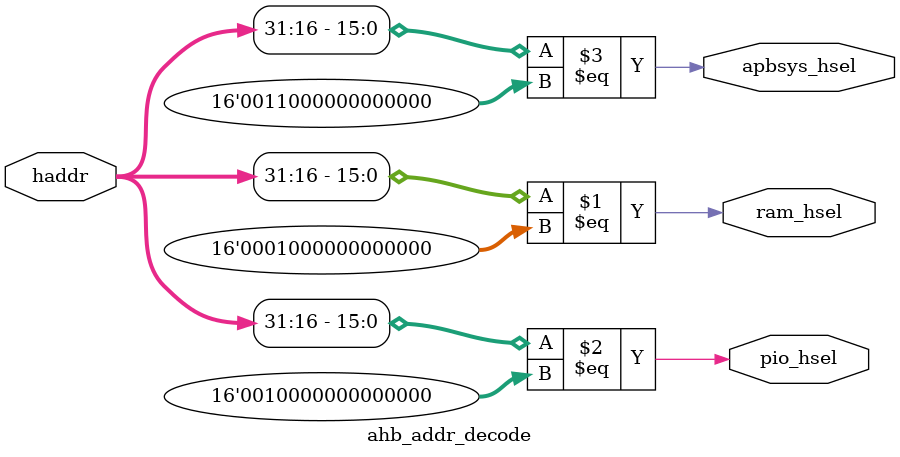
<source format=v>
`timescale 1ns/1ps
module ahb_addr_decode (
    // System Address
    input wire [31:0]       haddr,

    // Memory Selection
    output wire             ram_hsel,
    
    // PIO Selection
    output wire             pio_hsel,
    
    // Peripheral Selection
    output wire             apbsys_hsel
);

assign ram_hsel    = (haddr[31:16]==16'h1000); // 0x10000000
assign pio_hsel    = (haddr[31:16]==16'h2000); // 0x20000000
assign apbsys_hsel = (haddr[31:16]==16'h3000); // 0x30000000

endmodule

</source>
